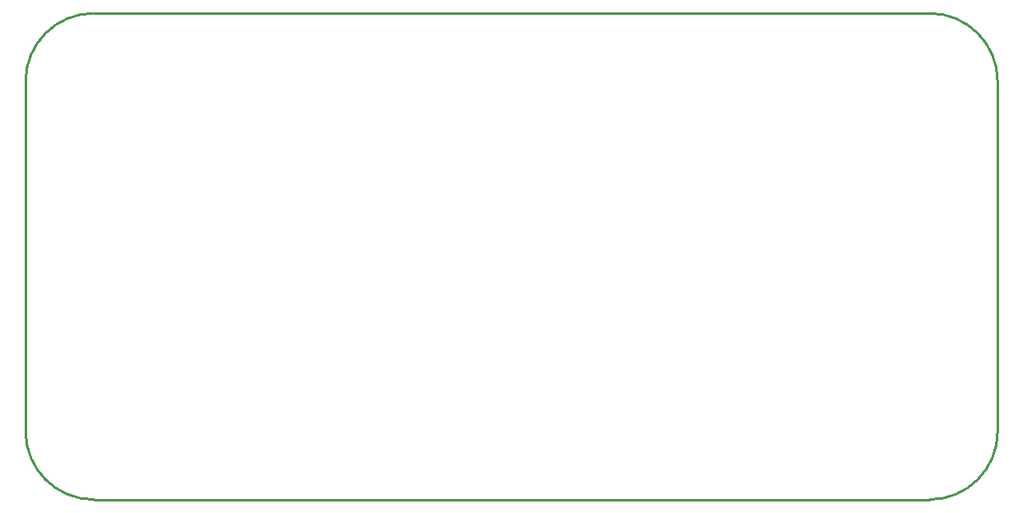
<source format=gko>
G04 Layer: BoardOutline*
G04 EasyEDA v6.4.19.5, 2021-05-30T15:20:28--7:00*
G04 00a0cf8a2f6945cda59000bd480c23e2,9479053ce0554845bf9291591982ae42,10*
G04 Gerber Generator version 0.2*
G04 Scale: 100 percent, Rotated: No, Reflected: No *
G04 Dimensions in millimeters *
G04 leading zeros omitted , absolute positions ,4 integer and 5 decimal *
%FSLAX45Y45*%
%MOMM*%

%ADD10C,0.2540*%
D10*
X10699998Y8899999D02*
G01*
X10699998Y5299999D01*
X700001Y5299999D02*
G01*
X700001Y8899999D01*
X1399999Y9600001D02*
G01*
X10000000Y9600001D01*
X10000000Y4600000D02*
G01*
X1399999Y4600000D01*
G75*
G01*
X700001Y8900000D02*
G02*
X1400000Y9600001I700001J0D01*
G75*
G01*
X1400000Y4600001D02*
G02*
X700001Y5300000I2J700001D01*
G75*
G01*
X10699999Y5300000D02*
G02*
X10000000Y4600001I-700001J2D01*
G75*
G01*
X10000000Y9600001D02*
G02*
X10699999Y8900000I-2J-700001D01*

%LPD*%
M02*

</source>
